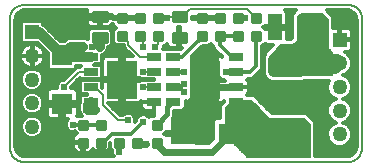
<source format=gbl>
G75*
G70*
%OFA0B0*%
%FSLAX24Y24*%
%IPPOS*%
%LPD*%
%AMOC8*
5,1,8,0,0,1.08239X$1,22.5*
%
%ADD10C,0.0060*%
%ADD11R,0.0500X0.0500*%
%ADD12C,0.0500*%
%ADD13R,0.0500X0.0250*%
%ADD14R,0.1000X0.1250*%
%ADD15R,0.0697X0.0709*%
%ADD16C,0.0088*%
%ADD17C,0.0100*%
%ADD18C,0.0394*%
%ADD19R,0.0450X0.0900*%
%ADD20R,0.0709X0.0697*%
%ADD21C,0.0240*%
%ADD22C,0.0160*%
%ADD23C,0.0240*%
%ADD24C,0.0120*%
%ADD25C,0.0320*%
%ADD26C,0.0080*%
%ADD27C,0.0400*%
%ADD28C,0.0220*%
D10*
X000860Y000210D02*
X011610Y000210D01*
X011654Y000212D01*
X011697Y000218D01*
X011739Y000227D01*
X011781Y000240D01*
X011821Y000257D01*
X011860Y000277D01*
X011897Y000300D01*
X011931Y000327D01*
X011964Y000356D01*
X011993Y000389D01*
X012020Y000423D01*
X012043Y000460D01*
X012063Y000499D01*
X012080Y000539D01*
X012093Y000581D01*
X012102Y000623D01*
X012108Y000666D01*
X012110Y000710D01*
X012110Y004960D01*
X012108Y005004D01*
X012102Y005047D01*
X012093Y005089D01*
X012080Y005131D01*
X012063Y005171D01*
X012043Y005210D01*
X012020Y005247D01*
X011993Y005281D01*
X011964Y005314D01*
X011931Y005343D01*
X011897Y005370D01*
X011860Y005393D01*
X011821Y005413D01*
X011781Y005430D01*
X011739Y005443D01*
X011697Y005452D01*
X011654Y005458D01*
X011610Y005460D01*
X000860Y005460D01*
X000816Y005458D01*
X000773Y005452D01*
X000731Y005443D01*
X000689Y005430D01*
X000649Y005413D01*
X000610Y005393D01*
X000573Y005370D01*
X000539Y005343D01*
X000506Y005314D01*
X000477Y005281D01*
X000450Y005247D01*
X000427Y005210D01*
X000407Y005171D01*
X000390Y005131D01*
X000377Y005089D01*
X000368Y005047D01*
X000362Y005004D01*
X000360Y004960D01*
X000360Y000710D01*
X000362Y000666D01*
X000368Y000623D01*
X000377Y000581D01*
X000390Y000539D01*
X000407Y000499D01*
X000427Y000460D01*
X000450Y000423D01*
X000477Y000389D01*
X000506Y000356D01*
X000539Y000327D01*
X000573Y000300D01*
X000610Y000277D01*
X000649Y000257D01*
X000689Y000240D01*
X000731Y000227D01*
X000773Y000218D01*
X000816Y000212D01*
X000860Y000210D01*
X005760Y000960D02*
X005760Y001663D01*
X005820Y001723D01*
X005820Y001770D01*
X006005Y001955D01*
X006114Y001955D01*
X006190Y002031D01*
X006190Y002140D01*
X006410Y002360D01*
X006410Y003741D01*
X006714Y004045D01*
X006739Y004070D01*
X006774Y004105D01*
X006963Y004105D01*
X006968Y004110D01*
X007060Y004110D01*
X007310Y003860D01*
X007310Y002260D01*
X006610Y001560D01*
X006610Y000960D01*
X006510Y000860D01*
X005860Y000860D01*
X005760Y000960D01*
X005760Y000971D02*
X006610Y000971D01*
X006610Y001029D02*
X005760Y001029D01*
X005760Y001088D02*
X006610Y001088D01*
X006610Y001146D02*
X005760Y001146D01*
X005760Y001205D02*
X006610Y001205D01*
X006610Y001263D02*
X005760Y001263D01*
X005760Y001322D02*
X006610Y001322D01*
X006610Y001380D02*
X005760Y001380D01*
X005760Y001439D02*
X006610Y001439D01*
X006610Y001497D02*
X005760Y001497D01*
X005760Y001556D02*
X006610Y001556D01*
X006664Y001614D02*
X005760Y001614D01*
X005769Y001673D02*
X006723Y001673D01*
X006781Y001731D02*
X005820Y001731D01*
X005840Y001790D02*
X006840Y001790D01*
X006898Y001848D02*
X005898Y001848D01*
X005957Y001907D02*
X006957Y001907D01*
X007015Y001965D02*
X006124Y001965D01*
X006182Y002024D02*
X007074Y002024D01*
X007132Y002082D02*
X006190Y002082D01*
X006191Y002141D02*
X007191Y002141D01*
X007249Y002199D02*
X006249Y002199D01*
X006308Y002258D02*
X007308Y002258D01*
X007310Y002316D02*
X006366Y002316D01*
X006410Y002375D02*
X007310Y002375D01*
X007310Y002433D02*
X006410Y002433D01*
X006410Y002492D02*
X007310Y002492D01*
X007310Y002550D02*
X006410Y002550D01*
X006410Y002609D02*
X007310Y002609D01*
X007310Y002667D02*
X006410Y002667D01*
X006410Y002726D02*
X007310Y002726D01*
X007310Y002784D02*
X006410Y002784D01*
X006410Y002843D02*
X007310Y002843D01*
X007310Y002901D02*
X006410Y002901D01*
X006410Y002960D02*
X007310Y002960D01*
X007310Y003018D02*
X006410Y003018D01*
X006410Y003077D02*
X007310Y003077D01*
X007310Y003135D02*
X006410Y003135D01*
X006410Y003194D02*
X007310Y003194D01*
X007310Y003252D02*
X006410Y003252D01*
X006410Y003311D02*
X007310Y003311D01*
X007310Y003369D02*
X006410Y003369D01*
X006410Y003428D02*
X007310Y003428D01*
X007310Y003486D02*
X006410Y003486D01*
X006410Y003545D02*
X007310Y003545D01*
X007310Y003603D02*
X006410Y003603D01*
X006410Y003662D02*
X007310Y003662D01*
X007310Y003720D02*
X006410Y003720D01*
X006447Y003779D02*
X007310Y003779D01*
X007310Y003837D02*
X006506Y003837D01*
X006564Y003896D02*
X007274Y003896D01*
X007216Y003954D02*
X006623Y003954D01*
X006681Y004013D02*
X007157Y004013D01*
X007099Y004071D02*
X006740Y004071D01*
X005310Y004160D02*
X005210Y004060D01*
X005310Y004160D02*
X005310Y004410D01*
X004810Y004310D02*
X004710Y004410D01*
X004810Y004310D02*
X004810Y004060D01*
X004710Y003710D02*
X004310Y004110D01*
X004310Y004210D01*
X004110Y004410D01*
X004710Y003710D02*
X005160Y003710D01*
X005160Y003210D02*
X004810Y003210D01*
X004810Y002710D02*
X005160Y002710D01*
X007560Y002010D02*
X007810Y002260D01*
X008410Y002260D01*
X008596Y002074D01*
X008598Y002068D01*
X008668Y001998D01*
X008674Y001996D01*
X009010Y001660D01*
X010160Y001660D01*
X010360Y001460D01*
X010360Y000370D01*
X008300Y000370D01*
X007560Y001110D01*
X007560Y002010D01*
X007574Y002024D02*
X008643Y002024D01*
X008588Y002082D02*
X007632Y002082D01*
X007691Y002141D02*
X008529Y002141D01*
X008471Y002199D02*
X007749Y002199D01*
X007808Y002258D02*
X008412Y002258D01*
X008705Y001965D02*
X007560Y001965D01*
X007560Y001907D02*
X008763Y001907D01*
X008822Y001848D02*
X007560Y001848D01*
X007560Y001790D02*
X008880Y001790D01*
X008939Y001731D02*
X007560Y001731D01*
X007560Y001673D02*
X008997Y001673D01*
X010206Y001614D02*
X007560Y001614D01*
X007560Y001556D02*
X010264Y001556D01*
X010323Y001497D02*
X007560Y001497D01*
X007560Y001439D02*
X010360Y001439D01*
X010360Y001380D02*
X007560Y001380D01*
X007560Y001322D02*
X010360Y001322D01*
X010360Y001263D02*
X007560Y001263D01*
X007560Y001205D02*
X010360Y001205D01*
X010360Y001146D02*
X007560Y001146D01*
X007582Y001088D02*
X010360Y001088D01*
X010360Y001029D02*
X007641Y001029D01*
X007699Y000971D02*
X010360Y000971D01*
X010360Y000912D02*
X007758Y000912D01*
X007816Y000854D02*
X010360Y000854D01*
X010360Y000795D02*
X007875Y000795D01*
X007933Y000737D02*
X010360Y000737D01*
X010360Y000678D02*
X007992Y000678D01*
X008050Y000620D02*
X010360Y000620D01*
X010360Y000561D02*
X008109Y000561D01*
X008167Y000503D02*
X010360Y000503D01*
X010360Y000444D02*
X008226Y000444D01*
X008284Y000386D02*
X010360Y000386D01*
X006562Y000912D02*
X005808Y000912D01*
X009060Y003310D02*
X009260Y003110D01*
X011110Y003110D01*
X011110Y003860D01*
X011065Y003905D01*
X011056Y003905D01*
X010980Y003981D01*
X010980Y003990D01*
X010960Y004010D01*
X010960Y004960D01*
X010760Y005160D01*
X010060Y005160D01*
X009960Y005060D01*
X009960Y004260D01*
X009810Y004110D01*
X009410Y004110D01*
X009060Y003760D01*
X009060Y003310D01*
X009060Y003311D02*
X011110Y003311D01*
X011110Y003369D02*
X009060Y003369D01*
X009060Y003428D02*
X011110Y003428D01*
X011110Y003486D02*
X009060Y003486D01*
X009060Y003545D02*
X011110Y003545D01*
X011110Y003603D02*
X009060Y003603D01*
X009060Y003662D02*
X011110Y003662D01*
X011110Y003720D02*
X009060Y003720D01*
X009079Y003779D02*
X011110Y003779D01*
X011110Y003837D02*
X009137Y003837D01*
X009196Y003896D02*
X011074Y003896D01*
X011007Y003954D02*
X009254Y003954D01*
X009313Y004013D02*
X010960Y004013D01*
X010960Y004071D02*
X009371Y004071D01*
X009565Y004310D02*
X009565Y004680D01*
X009240Y004680D01*
X009240Y004740D01*
X009565Y004740D01*
X009565Y004860D01*
X009660Y004860D01*
X009760Y004760D01*
X009760Y004360D01*
X009710Y004310D01*
X009565Y004310D01*
X009565Y004364D02*
X009760Y004364D01*
X009760Y004422D02*
X009565Y004422D01*
X009565Y004481D02*
X009760Y004481D01*
X009760Y004539D02*
X009565Y004539D01*
X009565Y004598D02*
X009760Y004598D01*
X009760Y004656D02*
X009565Y004656D01*
X009565Y004773D02*
X009747Y004773D01*
X009760Y004715D02*
X009240Y004715D01*
X009565Y004832D02*
X009688Y004832D01*
X009960Y004832D02*
X010960Y004832D01*
X010960Y004890D02*
X009960Y004890D01*
X009960Y004949D02*
X010960Y004949D01*
X010913Y005007D02*
X009960Y005007D01*
X009966Y005066D02*
X010854Y005066D01*
X010796Y005124D02*
X010024Y005124D01*
X009960Y004773D02*
X010960Y004773D01*
X010960Y004715D02*
X009960Y004715D01*
X009960Y004656D02*
X010960Y004656D01*
X010960Y004598D02*
X009960Y004598D01*
X009960Y004539D02*
X010960Y004539D01*
X010960Y004481D02*
X009960Y004481D01*
X009960Y004422D02*
X010960Y004422D01*
X010960Y004364D02*
X009960Y004364D01*
X009960Y004305D02*
X010960Y004305D01*
X010960Y004247D02*
X009947Y004247D01*
X009888Y004188D02*
X010960Y004188D01*
X010960Y004130D02*
X009830Y004130D01*
X009118Y003252D02*
X011110Y003252D01*
X011110Y003194D02*
X009176Y003194D01*
X009235Y003135D02*
X011110Y003135D01*
D11*
X011360Y004285D03*
X001110Y004535D03*
D12*
X001110Y003747D03*
X001110Y002960D03*
X001110Y002173D03*
X001110Y001385D03*
X011360Y001135D03*
X011360Y001923D03*
X011360Y002710D03*
X011360Y003497D03*
D13*
X007910Y003710D03*
X007910Y003210D03*
X007910Y002710D03*
X007910Y002210D03*
X005810Y002210D03*
X005160Y002210D03*
X005160Y002710D03*
X005810Y002710D03*
X005810Y003210D03*
X005160Y003210D03*
X005160Y003710D03*
X005810Y003710D03*
X003060Y003710D03*
X003060Y003210D03*
X003060Y002710D03*
X003060Y002210D03*
D14*
X004110Y002960D03*
X006860Y002960D03*
D15*
X002110Y002156D03*
X002110Y003764D03*
D16*
X003979Y004279D02*
X003979Y004541D01*
X004241Y004541D01*
X004241Y004279D01*
X003979Y004279D01*
X003979Y004366D02*
X004241Y004366D01*
X004241Y004453D02*
X003979Y004453D01*
X003979Y004540D02*
X004241Y004540D01*
X004579Y004541D02*
X004579Y004279D01*
X004579Y004541D02*
X004841Y004541D01*
X004841Y004279D01*
X004579Y004279D01*
X004579Y004366D02*
X004841Y004366D01*
X004841Y004453D02*
X004579Y004453D01*
X004579Y004540D02*
X004841Y004540D01*
X005441Y004541D02*
X005441Y004279D01*
X005179Y004279D01*
X005179Y004541D01*
X005441Y004541D01*
X005441Y004366D02*
X005179Y004366D01*
X005179Y004453D02*
X005441Y004453D01*
X005441Y004540D02*
X005179Y004540D01*
X005441Y004879D02*
X005441Y005141D01*
X005441Y004879D02*
X005179Y004879D01*
X005179Y005141D01*
X005441Y005141D01*
X005441Y004966D02*
X005179Y004966D01*
X005179Y005053D02*
X005441Y005053D01*
X005441Y005140D02*
X005179Y005140D01*
X004579Y005141D02*
X004579Y004879D01*
X004579Y005141D02*
X004841Y005141D01*
X004841Y004879D01*
X004579Y004879D01*
X004579Y004966D02*
X004841Y004966D01*
X004841Y005053D02*
X004579Y005053D01*
X004579Y005140D02*
X004841Y005140D01*
X003979Y005141D02*
X003979Y004879D01*
X003979Y005141D02*
X004241Y005141D01*
X004241Y004879D01*
X003979Y004879D01*
X003979Y004966D02*
X004241Y004966D01*
X004241Y005053D02*
X003979Y005053D01*
X003979Y005140D02*
X004241Y005140D01*
X006629Y005141D02*
X006629Y004879D01*
X006629Y005141D02*
X006891Y005141D01*
X006891Y004879D01*
X006629Y004879D01*
X006629Y004966D02*
X006891Y004966D01*
X006891Y005053D02*
X006629Y005053D01*
X006629Y005140D02*
X006891Y005140D01*
X007491Y005141D02*
X007491Y004879D01*
X007229Y004879D01*
X007229Y005141D01*
X007491Y005141D01*
X007491Y004966D02*
X007229Y004966D01*
X007229Y005053D02*
X007491Y005053D01*
X007491Y005140D02*
X007229Y005140D01*
X007829Y005141D02*
X007829Y004879D01*
X007829Y005141D02*
X008091Y005141D01*
X008091Y004879D01*
X007829Y004879D01*
X007829Y004966D02*
X008091Y004966D01*
X008091Y005053D02*
X007829Y005053D01*
X007829Y005140D02*
X008091Y005140D01*
X008429Y005141D02*
X008429Y004879D01*
X008429Y005141D02*
X008691Y005141D01*
X008691Y004879D01*
X008429Y004879D01*
X008429Y004966D02*
X008691Y004966D01*
X008691Y005053D02*
X008429Y005053D01*
X008429Y005140D02*
X008691Y005140D01*
X008429Y004541D02*
X008429Y004279D01*
X008429Y004541D02*
X008691Y004541D01*
X008691Y004279D01*
X008429Y004279D01*
X008429Y004366D02*
X008691Y004366D01*
X008691Y004453D02*
X008429Y004453D01*
X008429Y004540D02*
X008691Y004540D01*
X007829Y004541D02*
X007829Y004279D01*
X007829Y004541D02*
X008091Y004541D01*
X008091Y004279D01*
X007829Y004279D01*
X007829Y004366D02*
X008091Y004366D01*
X008091Y004453D02*
X007829Y004453D01*
X007829Y004540D02*
X008091Y004540D01*
X007491Y004541D02*
X007491Y004279D01*
X007229Y004279D01*
X007229Y004541D01*
X007491Y004541D01*
X007491Y004366D02*
X007229Y004366D01*
X007229Y004453D02*
X007491Y004453D01*
X007491Y004540D02*
X007229Y004540D01*
X006629Y004541D02*
X006629Y004279D01*
X006629Y004541D02*
X006891Y004541D01*
X006891Y004279D01*
X006629Y004279D01*
X006629Y004366D02*
X006891Y004366D01*
X006891Y004453D02*
X006629Y004453D01*
X006629Y004540D02*
X006891Y004540D01*
X005391Y001591D02*
X005391Y001329D01*
X005129Y001329D01*
X005129Y001591D01*
X005391Y001591D01*
X005391Y001416D02*
X005129Y001416D01*
X005129Y001503D02*
X005391Y001503D01*
X005391Y001590D02*
X005129Y001590D01*
X005391Y000991D02*
X005391Y000729D01*
X005129Y000729D01*
X005129Y000991D01*
X005391Y000991D01*
X005391Y000816D02*
X005129Y000816D01*
X005129Y000903D02*
X005391Y000903D01*
X005391Y000990D02*
X005129Y000990D01*
X004741Y000991D02*
X004479Y000991D01*
X004741Y000991D02*
X004741Y000729D01*
X004479Y000729D01*
X004479Y000991D01*
X004479Y000816D02*
X004741Y000816D01*
X004741Y000903D02*
X004479Y000903D01*
X004479Y000990D02*
X004741Y000990D01*
X004141Y000991D02*
X003879Y000991D01*
X004141Y000991D02*
X004141Y000729D01*
X003879Y000729D01*
X003879Y000991D01*
X003879Y000816D02*
X004141Y000816D01*
X004141Y000903D02*
X003879Y000903D01*
X003879Y000990D02*
X004141Y000990D01*
X003541Y000991D02*
X003541Y000729D01*
X003279Y000729D01*
X003279Y000991D01*
X003541Y000991D01*
X003541Y000816D02*
X003279Y000816D01*
X003279Y000903D02*
X003541Y000903D01*
X003541Y000990D02*
X003279Y000990D01*
X002679Y000991D02*
X002679Y000729D01*
X002679Y000991D02*
X002941Y000991D01*
X002941Y000729D01*
X002679Y000729D01*
X002679Y000816D02*
X002941Y000816D01*
X002941Y000903D02*
X002679Y000903D01*
X002679Y000990D02*
X002941Y000990D01*
X002679Y001329D02*
X002679Y001591D01*
X002941Y001591D01*
X002941Y001329D01*
X002679Y001329D01*
X002679Y001416D02*
X002941Y001416D01*
X002941Y001503D02*
X002679Y001503D01*
X002679Y001590D02*
X002941Y001590D01*
X003541Y001591D02*
X003541Y001329D01*
X003279Y001329D01*
X003279Y001591D01*
X003541Y001591D01*
X003541Y001416D02*
X003279Y001416D01*
X003279Y001503D02*
X003541Y001503D01*
X003541Y001590D02*
X003279Y001590D01*
D17*
X003135Y004210D02*
X003135Y004510D01*
X003585Y004510D01*
X003585Y004210D01*
X003135Y004210D01*
X003135Y004309D02*
X003585Y004309D01*
X003585Y004408D02*
X003135Y004408D01*
X003135Y004507D02*
X003585Y004507D01*
X003135Y004910D02*
X003135Y005210D01*
X003585Y005210D01*
X003585Y004910D01*
X003135Y004910D01*
X003135Y005009D02*
X003585Y005009D01*
X003585Y005108D02*
X003135Y005108D01*
X003135Y005207D02*
X003585Y005207D01*
X006235Y005210D02*
X006235Y004910D01*
X005785Y004910D01*
X005785Y005210D01*
X006235Y005210D01*
X006235Y005009D02*
X005785Y005009D01*
X005785Y005108D02*
X006235Y005108D01*
X006235Y005207D02*
X005785Y005207D01*
X006235Y004510D02*
X006235Y004210D01*
X005785Y004210D01*
X005785Y004510D01*
X006235Y004510D01*
X006235Y004309D02*
X005785Y004309D01*
X005785Y004408D02*
X006235Y004408D01*
X006235Y004507D02*
X005785Y004507D01*
D18*
X009177Y003236D02*
X010043Y003236D01*
X009177Y003236D02*
X009177Y003628D01*
X010043Y003628D01*
X010043Y003236D01*
X010043Y000992D02*
X009177Y000992D01*
X009177Y001384D01*
X010043Y001384D01*
X010043Y000992D01*
D19*
X010360Y004710D03*
X009210Y004710D03*
D20*
X007664Y001160D03*
X006056Y001160D03*
D21*
X005910Y001660D03*
X006360Y001960D03*
X006860Y002460D03*
X006860Y002760D03*
X007160Y002910D03*
X006860Y003060D03*
X007160Y003210D03*
X006860Y003360D03*
X006560Y003360D03*
X006160Y003210D03*
X006160Y002810D03*
X006160Y002560D03*
X004810Y002710D03*
X004810Y003210D03*
X006560Y003660D03*
X006860Y003660D03*
X007160Y003510D03*
X007560Y003210D03*
X008810Y002810D03*
X009160Y002810D03*
X009510Y002810D03*
X009860Y002810D03*
X010210Y002810D03*
X010560Y002810D03*
X010560Y002510D03*
X010210Y002510D03*
X009860Y002510D03*
X009510Y002510D03*
X009160Y002510D03*
X008810Y002510D03*
X008810Y002210D03*
X009160Y002210D03*
X009510Y002210D03*
X009860Y002210D03*
X010210Y002210D03*
X010560Y002210D03*
X010510Y001910D03*
X010210Y001910D03*
X009910Y001910D03*
X009560Y001910D03*
X009160Y001910D03*
X007160Y003810D03*
X006860Y003960D03*
X006010Y004610D03*
X005610Y005010D03*
X007060Y005010D03*
X008185Y005010D03*
X009660Y004710D03*
X009660Y004410D03*
X010560Y004710D03*
X005210Y004060D03*
X004810Y004060D03*
X003360Y004060D03*
X003110Y004060D03*
X002810Y004060D03*
X002960Y005060D03*
X002160Y002710D03*
X002910Y001960D03*
X003210Y001960D03*
X002460Y001460D03*
X001760Y000710D03*
X004010Y000560D03*
X004885Y000810D03*
X004810Y001560D03*
X004310Y001610D03*
D22*
X005260Y001460D02*
X005610Y001810D01*
X005610Y002060D01*
X005760Y002210D01*
X005810Y002210D01*
X006710Y005010D02*
X006760Y005010D01*
X007060Y005010D01*
X007360Y005010D01*
D23*
X007160Y002760D02*
X007210Y002710D01*
X007910Y002710D01*
X007664Y001160D02*
X007664Y001114D01*
X007110Y000560D01*
X005510Y000560D01*
X005260Y000810D01*
X005260Y000860D01*
X004885Y000810D02*
X004660Y000810D01*
D24*
X000688Y000452D02*
X000602Y000538D01*
X000556Y000650D01*
X000550Y000710D01*
X000550Y004960D01*
X000556Y005020D01*
X000602Y005132D01*
X000688Y005218D01*
X000800Y005264D01*
X000860Y005270D01*
X002934Y005270D01*
X002925Y005238D01*
X002925Y005100D01*
X003320Y005100D01*
X003320Y005020D01*
X003400Y005020D01*
X003400Y005100D01*
X003775Y005100D01*
X003775Y005038D01*
X004082Y005038D01*
X004082Y004982D01*
X003795Y004982D01*
X003795Y005020D01*
X003400Y005020D01*
X003400Y004700D01*
X003613Y004700D01*
X003666Y004714D01*
X003714Y004742D01*
X003753Y004781D01*
X003781Y004829D01*
X003781Y004830D01*
X003789Y004800D01*
X003816Y004754D01*
X003854Y004716D01*
X003897Y004691D01*
X003815Y004609D01*
X003815Y004211D01*
X003911Y004115D01*
X004160Y004115D01*
X004160Y004048D01*
X004248Y003960D01*
X004463Y003745D01*
X004170Y003745D01*
X004170Y003020D01*
X004661Y003020D01*
X004674Y003007D01*
X004762Y002970D01*
X004855Y002970D01*
X004860Y002965D01*
X005160Y002965D01*
X005160Y002955D01*
X004860Y002955D01*
X004855Y002950D01*
X004762Y002950D01*
X004674Y002913D01*
X004661Y002900D01*
X004170Y002900D01*
X004170Y003020D01*
X004050Y003020D01*
X004050Y003745D01*
X003589Y003745D01*
X003548Y003734D01*
X003512Y003713D01*
X003482Y003683D01*
X003461Y003647D01*
X003450Y003606D01*
X003450Y003020D01*
X004050Y003020D01*
X004050Y002900D01*
X004170Y002900D01*
X004170Y002175D01*
X004631Y002175D01*
X004672Y002186D01*
X004708Y002207D01*
X004738Y002237D01*
X004750Y002257D01*
X004750Y002213D01*
X005157Y002213D01*
X005157Y002207D01*
X005160Y002207D01*
X005160Y001755D01*
X005061Y001755D01*
X005008Y001702D01*
X004946Y001763D01*
X004858Y001800D01*
X004762Y001800D01*
X004674Y001763D01*
X004607Y001696D01*
X004570Y001608D01*
X004570Y001575D01*
X004545Y001549D01*
X004550Y001562D01*
X004550Y001658D01*
X004513Y001746D01*
X004446Y001813D01*
X004358Y001850D01*
X004262Y001850D01*
X004174Y001813D01*
X004131Y001770D01*
X004026Y001770D01*
X003621Y002175D01*
X004050Y002175D01*
X004050Y002900D01*
X003450Y002900D01*
X003450Y002696D01*
X003430Y002716D01*
X003430Y002885D01*
X003360Y002955D01*
X002760Y002955D01*
X002690Y002885D01*
X002690Y002535D01*
X002760Y002465D01*
X002944Y002465D01*
X002920Y002455D01*
X002760Y002455D01*
X002690Y002385D01*
X002690Y002190D01*
X002680Y002166D01*
X002680Y002032D01*
X002670Y002008D01*
X002670Y001912D01*
X002707Y001824D01*
X002718Y001813D01*
X002723Y001801D01*
X002769Y001755D01*
X002612Y001755D01*
X002618Y001781D01*
X002618Y002096D01*
X002170Y002096D01*
X002170Y001642D01*
X002302Y001642D01*
X002257Y001596D01*
X002220Y001508D01*
X002220Y001412D01*
X002257Y001324D01*
X002324Y001257D01*
X002412Y001220D01*
X002508Y001220D01*
X002542Y001234D01*
X002597Y001179D01*
X002554Y001154D01*
X002516Y001116D01*
X002489Y001070D01*
X002475Y001018D01*
X002475Y000888D01*
X002782Y000888D01*
X002782Y000832D01*
X002838Y000832D01*
X002838Y000525D01*
X002968Y000525D01*
X003020Y000539D01*
X003066Y000566D01*
X003104Y000604D01*
X003129Y000647D01*
X003211Y000565D01*
X003609Y000565D01*
X003705Y000661D01*
X003705Y000850D01*
X003715Y000860D01*
X003715Y000661D01*
X003770Y000606D01*
X003770Y000512D01*
X003807Y000424D01*
X003831Y000400D01*
X000860Y000400D01*
X000800Y000406D01*
X000688Y000452D01*
X000700Y000447D02*
X003797Y000447D01*
X003770Y000566D02*
X003610Y000566D01*
X003705Y000684D02*
X003715Y000684D01*
X003705Y000803D02*
X003715Y000803D01*
X003460Y000860D02*
X003760Y001160D01*
X004410Y001160D01*
X004810Y001560D01*
X004580Y001632D02*
X004550Y001632D01*
X004509Y001751D02*
X004661Y001751D01*
X004812Y001957D02*
X004848Y001936D01*
X004889Y001925D01*
X005157Y001925D01*
X005157Y002207D01*
X004750Y002207D01*
X004750Y002064D01*
X004761Y002023D01*
X004782Y001987D01*
X004812Y001957D01*
X004782Y001988D02*
X003809Y001988D01*
X003690Y002106D02*
X004750Y002106D01*
X004750Y002225D02*
X004726Y002225D01*
X005157Y002106D02*
X005160Y002106D01*
X005157Y001988D02*
X005160Y001988D01*
X005160Y001869D02*
X003927Y001869D01*
X004050Y002225D02*
X004170Y002225D01*
X004170Y002343D02*
X004050Y002343D01*
X004050Y002462D02*
X004170Y002462D01*
X004170Y002580D02*
X004050Y002580D01*
X004050Y002699D02*
X004170Y002699D01*
X004170Y002817D02*
X004050Y002817D01*
X004050Y002936D02*
X003379Y002936D01*
X003360Y002965D02*
X003430Y003035D01*
X003430Y003385D01*
X003360Y003455D01*
X003176Y003455D01*
X003200Y003465D01*
X003360Y003465D01*
X003430Y003535D01*
X003430Y003786D01*
X003519Y003823D01*
X003597Y003901D01*
X003640Y004004D01*
X003640Y004040D01*
X003655Y004040D01*
X003755Y004140D01*
X003755Y004580D01*
X003655Y004680D01*
X003065Y004680D01*
X002965Y004580D01*
X002965Y004299D01*
X002866Y004340D01*
X002350Y004340D01*
X002247Y004297D01*
X002188Y004238D01*
X002032Y004238D01*
X001498Y004772D01*
X001480Y004780D01*
X001480Y004835D01*
X001410Y004905D01*
X000810Y004905D01*
X000740Y004835D01*
X000740Y004235D01*
X000810Y004165D01*
X001313Y004165D01*
X001642Y003836D01*
X001642Y003360D01*
X001712Y003290D01*
X002508Y003290D01*
X002578Y003360D01*
X002578Y003430D01*
X002735Y003430D01*
X002690Y003385D01*
X002690Y003370D01*
X002594Y003370D01*
X002174Y002950D01*
X002112Y002950D01*
X002024Y002913D01*
X001957Y002846D01*
X001920Y002758D01*
X001920Y002670D01*
X001741Y002670D01*
X001700Y002659D01*
X001663Y002638D01*
X001634Y002609D01*
X001612Y002572D01*
X001602Y002531D01*
X001602Y002216D01*
X002050Y002216D01*
X002050Y002096D01*
X002170Y002096D01*
X002170Y002216D01*
X002618Y002216D01*
X002618Y002531D01*
X002608Y002572D01*
X002586Y002609D01*
X002557Y002638D01*
X002520Y002659D01*
X002479Y002670D01*
X002400Y002670D01*
X002400Y002724D01*
X002701Y003025D01*
X002760Y002965D01*
X003360Y002965D01*
X003430Y003054D02*
X003450Y003054D01*
X003450Y003173D02*
X003430Y003173D01*
X003430Y003291D02*
X003450Y003291D01*
X003450Y003410D02*
X003405Y003410D01*
X003423Y003528D02*
X003450Y003528D01*
X003461Y003647D02*
X003430Y003647D01*
X003430Y003765D02*
X004443Y003765D01*
X004324Y003884D02*
X003579Y003884D01*
X003639Y004002D02*
X004206Y004002D01*
X003905Y004121D02*
X003736Y004121D01*
X003755Y004239D02*
X003815Y004239D01*
X003815Y004358D02*
X003755Y004358D01*
X003755Y004476D02*
X003815Y004476D01*
X003815Y004595D02*
X003741Y004595D01*
X003661Y004713D02*
X003858Y004713D01*
X003400Y004713D02*
X003320Y004713D01*
X003320Y004700D02*
X003320Y005020D01*
X002925Y005020D01*
X002925Y004882D01*
X002939Y004829D01*
X002967Y004781D01*
X003006Y004742D01*
X003054Y004714D01*
X003107Y004700D01*
X003320Y004700D01*
X003320Y004832D02*
X003400Y004832D01*
X003400Y004950D02*
X003320Y004950D01*
X003320Y005069D02*
X000576Y005069D01*
X000657Y005187D02*
X002925Y005187D01*
X003400Y005069D02*
X003775Y005069D01*
X004138Y005038D02*
X004138Y004982D01*
X004445Y004982D01*
X004682Y004982D01*
X004682Y005038D01*
X004138Y005038D01*
X003059Y004713D02*
X001557Y004713D01*
X001480Y004832D02*
X002939Y004832D01*
X002925Y004950D02*
X000550Y004950D01*
X000550Y004832D02*
X000740Y004832D01*
X000740Y004713D02*
X000550Y004713D01*
X000550Y004595D02*
X000740Y004595D01*
X000740Y004476D02*
X000550Y004476D01*
X000550Y004358D02*
X000740Y004358D01*
X000740Y004239D02*
X000550Y004239D01*
X000550Y004121D02*
X000939Y004121D01*
X000953Y004127D02*
X000895Y004098D01*
X000843Y004060D01*
X000797Y004014D01*
X000759Y003962D01*
X000730Y003905D01*
X000710Y003843D01*
X000700Y003780D01*
X000700Y003762D01*
X001095Y003762D01*
X001095Y003732D01*
X001125Y003732D01*
X001125Y003337D01*
X001142Y003337D01*
X001206Y003347D01*
X001267Y003367D01*
X001325Y003397D01*
X001377Y003435D01*
X001423Y003480D01*
X001461Y003533D01*
X001490Y003590D01*
X001510Y003651D01*
X001520Y003715D01*
X001520Y003732D01*
X001125Y003732D01*
X001125Y003762D01*
X001520Y003762D01*
X001520Y003780D01*
X001510Y003843D01*
X001490Y003905D01*
X001461Y003962D01*
X001423Y004014D01*
X001377Y004060D01*
X001325Y004098D01*
X001267Y004127D01*
X001206Y004147D01*
X001142Y004157D01*
X001125Y004157D01*
X001125Y003762D01*
X001095Y003762D01*
X001095Y004157D01*
X001078Y004157D01*
X001014Y004147D01*
X000953Y004127D01*
X001095Y004121D02*
X001125Y004121D01*
X001281Y004121D02*
X001357Y004121D01*
X001432Y004002D02*
X001476Y004002D01*
X001497Y003884D02*
X001594Y003884D01*
X001642Y003765D02*
X001520Y003765D01*
X001508Y003647D02*
X001642Y003647D01*
X001642Y003528D02*
X001457Y003528D01*
X001342Y003410D02*
X001642Y003410D01*
X001710Y003291D02*
X001278Y003291D01*
X001320Y003274D02*
X001184Y003330D01*
X001036Y003330D01*
X000900Y003274D01*
X000796Y003170D01*
X000740Y003034D01*
X000740Y002886D01*
X000796Y002750D01*
X000900Y002646D01*
X001036Y002590D01*
X001184Y002590D01*
X001320Y002646D01*
X001424Y002750D01*
X001480Y002886D01*
X001480Y003034D01*
X001424Y003170D01*
X001320Y003274D01*
X001421Y003173D02*
X002396Y003173D01*
X002510Y003291D02*
X002515Y003291D01*
X002578Y003410D02*
X002715Y003410D01*
X002278Y003054D02*
X001472Y003054D01*
X001480Y002936D02*
X002077Y002936D01*
X001945Y002817D02*
X001451Y002817D01*
X001372Y002699D02*
X001920Y002699D01*
X001617Y002580D02*
X000550Y002580D01*
X000550Y002462D02*
X000876Y002462D01*
X000900Y002486D02*
X000796Y002382D01*
X000740Y002246D01*
X000740Y002099D01*
X000796Y001963D01*
X000900Y001859D01*
X001036Y001803D01*
X001184Y001803D01*
X001320Y001859D01*
X001424Y001963D01*
X001480Y002099D01*
X001480Y002246D01*
X001424Y002382D01*
X001320Y002486D01*
X001184Y002543D01*
X001036Y002543D01*
X000900Y002486D01*
X000780Y002343D02*
X000550Y002343D01*
X000550Y002225D02*
X000740Y002225D01*
X000740Y002106D02*
X000550Y002106D01*
X000550Y001988D02*
X000786Y001988D01*
X000890Y001869D02*
X000550Y001869D01*
X000550Y001751D02*
X001025Y001751D01*
X001036Y001755D02*
X000900Y001699D01*
X000796Y001595D01*
X000740Y001459D01*
X000740Y001312D01*
X000796Y001176D01*
X000900Y001072D01*
X001036Y001015D01*
X001184Y001015D01*
X001320Y001072D01*
X001424Y001176D01*
X001480Y001312D01*
X001480Y001459D01*
X001424Y001595D01*
X001320Y001699D01*
X001184Y001755D01*
X001036Y001755D01*
X001195Y001751D02*
X001610Y001751D01*
X001612Y001740D02*
X001634Y001703D01*
X001663Y001674D01*
X001700Y001653D01*
X001741Y001642D01*
X002050Y001642D01*
X002050Y002096D01*
X001602Y002096D01*
X001602Y001781D01*
X001612Y001740D01*
X001602Y001869D02*
X001330Y001869D01*
X001434Y001988D02*
X001602Y001988D01*
X001480Y002106D02*
X002050Y002106D01*
X002170Y002106D02*
X002680Y002106D01*
X002670Y001988D02*
X002618Y001988D01*
X002618Y001869D02*
X002688Y001869D01*
X002293Y001632D02*
X001386Y001632D01*
X001457Y001514D02*
X002222Y001514D01*
X002227Y001395D02*
X001480Y001395D01*
X001465Y001277D02*
X002304Y001277D01*
X002560Y001158D02*
X001406Y001158D01*
X001242Y001040D02*
X002481Y001040D01*
X002475Y000921D02*
X000550Y000921D01*
X000550Y000803D02*
X002475Y000803D01*
X002475Y000832D02*
X002475Y000702D01*
X002489Y000650D01*
X002516Y000604D01*
X002554Y000566D01*
X002600Y000539D01*
X002652Y000525D01*
X002782Y000525D01*
X002782Y000832D01*
X002475Y000832D01*
X002782Y000803D02*
X002838Y000803D01*
X002838Y000684D02*
X002782Y000684D01*
X002782Y000566D02*
X002838Y000566D01*
X003066Y000566D02*
X003210Y000566D01*
X003410Y000860D02*
X003460Y000860D01*
X002554Y000566D02*
X000591Y000566D01*
X000553Y000684D02*
X002480Y000684D01*
X000978Y001040D02*
X000550Y001040D01*
X000550Y001158D02*
X000814Y001158D01*
X000755Y001277D02*
X000550Y001277D01*
X000550Y001395D02*
X000740Y001395D01*
X000763Y001514D02*
X000550Y001514D01*
X000550Y001632D02*
X000834Y001632D01*
X001480Y002225D02*
X001602Y002225D01*
X001602Y002343D02*
X001440Y002343D01*
X001344Y002462D02*
X001602Y002462D01*
X002400Y002699D02*
X002690Y002699D01*
X002690Y002817D02*
X002493Y002817D01*
X002612Y002936D02*
X002741Y002936D01*
X003430Y002817D02*
X003450Y002817D01*
X003448Y002699D02*
X003450Y002699D01*
X002936Y002462D02*
X002618Y002462D01*
X002603Y002580D02*
X002690Y002580D01*
X002690Y002343D02*
X002618Y002343D01*
X002618Y002225D02*
X002690Y002225D01*
X002170Y001988D02*
X002050Y001988D01*
X002050Y001869D02*
X002170Y001869D01*
X002170Y001751D02*
X002050Y001751D01*
X002460Y001460D02*
X002810Y001460D01*
X003410Y001460D01*
X004959Y001751D02*
X005056Y001751D01*
X005808Y001668D02*
X005813Y001674D01*
X005850Y001762D01*
X005850Y001925D01*
X006126Y001925D01*
X006220Y002019D01*
X006220Y002257D01*
X006232Y002237D01*
X006262Y002207D01*
X006298Y002186D01*
X006339Y002175D01*
X006800Y002175D01*
X006800Y002900D01*
X006920Y002900D01*
X006920Y003020D01*
X006800Y003020D01*
X006800Y003745D01*
X006456Y003745D01*
X006726Y004015D01*
X006751Y004040D01*
X006786Y004075D01*
X006976Y004075D01*
X007060Y004159D01*
X007140Y004079D01*
X007140Y004019D01*
X007269Y003890D01*
X007429Y003730D01*
X007422Y003734D01*
X007381Y003745D01*
X006920Y003745D01*
X006920Y003020D01*
X007354Y003020D01*
X007401Y002973D01*
X007504Y002930D01*
X007530Y002930D01*
X007513Y002900D01*
X006920Y002900D01*
X006920Y002175D01*
X007381Y002175D01*
X007422Y002186D01*
X007458Y002207D01*
X007488Y002237D01*
X007500Y002257D01*
X007500Y002219D01*
X007370Y002089D01*
X007370Y001668D01*
X007243Y001668D01*
X007150Y001575D01*
X007150Y000996D01*
X006994Y000840D01*
X006570Y000840D01*
X006570Y001100D01*
X006116Y001100D01*
X006116Y001220D01*
X005996Y001220D01*
X005996Y001100D01*
X005571Y001100D01*
X005511Y001160D01*
X005571Y001220D01*
X005996Y001220D01*
X005996Y001668D01*
X005808Y001668D01*
X005996Y001632D02*
X006116Y001632D01*
X006116Y001668D02*
X006116Y001220D01*
X006570Y001220D01*
X006570Y001529D01*
X006559Y001570D01*
X006538Y001607D01*
X006509Y001636D01*
X006472Y001658D01*
X006431Y001668D01*
X006116Y001668D01*
X006116Y001514D02*
X005996Y001514D01*
X005996Y001395D02*
X006116Y001395D01*
X006116Y001277D02*
X005996Y001277D01*
X005996Y001158D02*
X005513Y001158D01*
X006116Y001158D02*
X007150Y001158D01*
X007150Y001040D02*
X006570Y001040D01*
X006570Y000921D02*
X007075Y000921D01*
X007150Y001277D02*
X006570Y001277D01*
X006570Y001395D02*
X007150Y001395D01*
X007150Y001514D02*
X006570Y001514D01*
X006513Y001632D02*
X007207Y001632D01*
X007370Y001751D02*
X005845Y001751D01*
X005850Y001869D02*
X007370Y001869D01*
X007370Y001988D02*
X006189Y001988D01*
X006220Y002106D02*
X007387Y002106D01*
X007476Y002225D02*
X007500Y002225D01*
X006920Y002225D02*
X006800Y002225D01*
X006800Y002343D02*
X006920Y002343D01*
X006920Y002462D02*
X006800Y002462D01*
X006800Y002580D02*
X006920Y002580D01*
X006920Y002699D02*
X006800Y002699D01*
X006800Y002817D02*
X006920Y002817D01*
X006920Y002936D02*
X007491Y002936D01*
X007913Y002713D02*
X008320Y002713D01*
X008320Y002856D01*
X008309Y002897D01*
X008288Y002933D01*
X008261Y002960D01*
X008291Y002990D01*
X008451Y002990D01*
X008780Y003319D01*
X008780Y004079D01*
X008860Y004159D01*
X008887Y004132D01*
X008923Y004111D01*
X008964Y004100D01*
X009131Y004100D01*
X008981Y003950D01*
X008870Y003839D01*
X008870Y003820D01*
X008820Y003700D01*
X008820Y003164D01*
X008874Y003033D01*
X008975Y002933D01*
X009106Y002878D01*
X010114Y002878D01*
X010215Y002920D01*
X011003Y002920D01*
X010950Y002792D01*
X010950Y002628D01*
X011012Y002478D01*
X011128Y002362D01*
X011239Y002316D01*
X011128Y002270D01*
X011012Y002155D01*
X010950Y002004D01*
X010950Y001841D01*
X011012Y001690D01*
X011128Y001575D01*
X011239Y001529D01*
X011128Y001483D01*
X011012Y001367D01*
X010950Y001217D01*
X010950Y001054D01*
X011012Y000903D01*
X011128Y000788D01*
X011278Y000725D01*
X011442Y000725D01*
X011592Y000788D01*
X011708Y000903D01*
X011770Y001054D01*
X011770Y001217D01*
X011708Y001367D01*
X011592Y001483D01*
X011481Y001529D01*
X011592Y001575D01*
X011708Y001690D01*
X011770Y001841D01*
X011770Y002004D01*
X011708Y002155D01*
X011592Y002270D01*
X011481Y002316D01*
X011592Y002362D01*
X011708Y002478D01*
X011770Y002628D01*
X011770Y002792D01*
X011708Y002942D01*
X011592Y003058D01*
X011481Y003104D01*
X011592Y003150D01*
X011708Y003265D01*
X011770Y003416D01*
X011770Y003579D01*
X011708Y003730D01*
X011592Y003845D01*
X011520Y003875D01*
X011631Y003875D01*
X011672Y003886D01*
X011708Y003907D01*
X011738Y003937D01*
X011759Y003973D01*
X011770Y004014D01*
X011770Y004270D01*
X011375Y004270D01*
X011375Y004300D01*
X011345Y004300D01*
X011345Y004695D01*
X011150Y004695D01*
X011150Y005039D01*
X011039Y005150D01*
X010919Y005270D01*
X011610Y005270D01*
X011670Y005264D01*
X011782Y005218D01*
X011868Y005132D01*
X011914Y005020D01*
X011920Y004960D01*
X011920Y000710D01*
X011914Y000650D01*
X011868Y000538D01*
X011782Y000452D01*
X011670Y000406D01*
X011610Y000400D01*
X010550Y000400D01*
X010550Y001539D01*
X010439Y001650D01*
X010239Y001850D01*
X009089Y001850D01*
X008489Y002450D01*
X008271Y002450D01*
X008261Y002460D01*
X008288Y002487D01*
X008309Y002523D01*
X008320Y002564D01*
X008320Y002707D01*
X007913Y002707D01*
X007913Y002713D01*
X008320Y002699D02*
X010950Y002699D01*
X010961Y002817D02*
X008320Y002817D01*
X008286Y002936D02*
X008972Y002936D01*
X008866Y003054D02*
X008515Y003054D01*
X008634Y003173D02*
X008820Y003173D01*
X008820Y003291D02*
X008752Y003291D01*
X008780Y003410D02*
X008820Y003410D01*
X008820Y003528D02*
X008780Y003528D01*
X008780Y003647D02*
X008820Y003647D01*
X008847Y003765D02*
X008780Y003765D01*
X008780Y003884D02*
X008915Y003884D01*
X008981Y003950D02*
X008981Y003950D01*
X009033Y004002D02*
X008780Y004002D01*
X008821Y004121D02*
X008907Y004121D01*
X008560Y004410D02*
X008560Y003410D01*
X008360Y003210D01*
X007910Y003210D01*
X007560Y003210D01*
X006920Y003173D02*
X006800Y003173D01*
X006800Y003291D02*
X006920Y003291D01*
X006920Y003410D02*
X006800Y003410D01*
X006800Y003528D02*
X006920Y003528D01*
X006920Y003647D02*
X006800Y003647D01*
X006476Y003765D02*
X007394Y003765D01*
X007275Y003884D02*
X006595Y003884D01*
X006713Y004002D02*
X007157Y004002D01*
X007099Y004121D02*
X007021Y004121D01*
X007360Y004110D02*
X007360Y004410D01*
X007960Y004410D01*
X007360Y004110D02*
X007760Y003710D01*
X007910Y003710D01*
X006760Y004360D02*
X006660Y004260D01*
X006635Y004235D01*
X006110Y003710D01*
X005810Y003710D01*
X005757Y004000D02*
X005970Y004000D01*
X005970Y004320D01*
X006050Y004320D01*
X006050Y004000D01*
X006089Y004000D01*
X006084Y003995D01*
X005494Y003995D01*
X005485Y003986D01*
X005483Y003988D01*
X005490Y004004D01*
X005490Y004071D01*
X005494Y004075D01*
X005526Y004075D01*
X005587Y004137D01*
X005589Y004129D01*
X005617Y004081D01*
X005656Y004042D01*
X005704Y004014D01*
X005757Y004000D01*
X005750Y004002D02*
X005489Y004002D01*
X005571Y004121D02*
X005594Y004121D01*
X005970Y004121D02*
X006050Y004121D01*
X006050Y004239D02*
X005970Y004239D01*
X005970Y004400D02*
X005970Y004700D01*
X006050Y004700D01*
X006050Y004400D01*
X005970Y004400D01*
X005970Y004476D02*
X006050Y004476D01*
X006050Y004595D02*
X005970Y004595D01*
X005610Y005010D02*
X005310Y005010D01*
X006445Y004982D02*
X006445Y005038D01*
X006732Y005038D01*
X006732Y004982D01*
X006445Y004982D01*
X006788Y004982D02*
X006788Y005038D01*
X007332Y005038D01*
X007332Y004982D01*
X007095Y004982D01*
X006788Y004982D01*
X007960Y005010D02*
X008185Y005010D01*
X008811Y004710D02*
X008863Y004763D01*
X009157Y004763D01*
X009157Y004657D01*
X008863Y004657D01*
X008811Y004710D01*
X008814Y004713D02*
X009157Y004713D01*
X009263Y004713D02*
X009770Y004713D01*
X009595Y004763D02*
X009595Y005181D01*
X009584Y005222D01*
X009563Y005258D01*
X009551Y005270D01*
X009901Y005270D01*
X009870Y005239D01*
X009870Y005239D01*
X009770Y005139D01*
X009770Y004339D01*
X009731Y004300D01*
X009595Y004300D01*
X009595Y004657D01*
X009263Y004657D01*
X009263Y004763D01*
X009595Y004763D01*
X009595Y004832D02*
X009770Y004832D01*
X009770Y004950D02*
X009595Y004950D01*
X009595Y005069D02*
X009770Y005069D01*
X009818Y005187D02*
X009593Y005187D01*
X009595Y004595D02*
X009770Y004595D01*
X009770Y004476D02*
X009595Y004476D01*
X009595Y004358D02*
X009770Y004358D01*
X011150Y004713D02*
X011920Y004713D01*
X011920Y004595D02*
X011760Y004595D01*
X011759Y004597D02*
X011738Y004633D01*
X011708Y004663D01*
X011672Y004684D01*
X011631Y004695D01*
X011375Y004695D01*
X011375Y004300D01*
X011770Y004300D01*
X011770Y004556D01*
X011759Y004597D01*
X011770Y004476D02*
X011920Y004476D01*
X011920Y004358D02*
X011770Y004358D01*
X011770Y004239D02*
X011920Y004239D01*
X011920Y004121D02*
X011770Y004121D01*
X011767Y004002D02*
X011920Y004002D01*
X011920Y003884D02*
X011664Y003884D01*
X011672Y003765D02*
X011920Y003765D01*
X011920Y003647D02*
X011742Y003647D01*
X011770Y003528D02*
X011920Y003528D01*
X011920Y003410D02*
X011767Y003410D01*
X011718Y003291D02*
X011920Y003291D01*
X011920Y003173D02*
X011615Y003173D01*
X011596Y003054D02*
X011920Y003054D01*
X011920Y002936D02*
X011710Y002936D01*
X011759Y002817D02*
X011920Y002817D01*
X011920Y002699D02*
X011770Y002699D01*
X011750Y002580D02*
X011920Y002580D01*
X011920Y002462D02*
X011691Y002462D01*
X011545Y002343D02*
X011920Y002343D01*
X011920Y002225D02*
X011638Y002225D01*
X011728Y002106D02*
X011920Y002106D01*
X011920Y001988D02*
X011770Y001988D01*
X011770Y001869D02*
X011920Y001869D01*
X011920Y001751D02*
X011732Y001751D01*
X011649Y001632D02*
X011920Y001632D01*
X011920Y001514D02*
X011518Y001514D01*
X011680Y001395D02*
X011920Y001395D01*
X011920Y001277D02*
X011745Y001277D01*
X011770Y001158D02*
X011920Y001158D01*
X011920Y001040D02*
X011764Y001040D01*
X011715Y000921D02*
X011920Y000921D01*
X011920Y000803D02*
X011607Y000803D01*
X011917Y000684D02*
X010550Y000684D01*
X010550Y000566D02*
X011879Y000566D01*
X011770Y000447D02*
X010550Y000447D01*
X010550Y000803D02*
X011113Y000803D01*
X011005Y000921D02*
X010550Y000921D01*
X010550Y001040D02*
X010956Y001040D01*
X010950Y001158D02*
X010550Y001158D01*
X010550Y001277D02*
X010975Y001277D01*
X011040Y001395D02*
X010550Y001395D01*
X010550Y001514D02*
X011202Y001514D01*
X011071Y001632D02*
X010457Y001632D01*
X010338Y001751D02*
X010988Y001751D01*
X010950Y001869D02*
X009070Y001869D01*
X008951Y001988D02*
X010950Y001988D01*
X010992Y002106D02*
X008833Y002106D01*
X008714Y002225D02*
X011082Y002225D01*
X011175Y002343D02*
X008596Y002343D01*
X008263Y002462D02*
X011029Y002462D01*
X010970Y002580D02*
X008320Y002580D01*
X006920Y003054D02*
X006800Y003054D01*
X006160Y003210D02*
X005810Y003210D01*
X006160Y002810D02*
X006060Y002710D01*
X005810Y002710D01*
X006010Y002710D01*
X006160Y002560D01*
X006110Y002760D02*
X006160Y002810D01*
X006110Y002760D02*
X006060Y002760D01*
X006010Y002710D01*
X006220Y002225D02*
X006244Y002225D01*
X004727Y002936D02*
X004170Y002936D01*
X004170Y003054D02*
X004050Y003054D01*
X004050Y003173D02*
X004170Y003173D01*
X004170Y003291D02*
X004050Y003291D01*
X004050Y003410D02*
X004170Y003410D01*
X004170Y003528D02*
X004050Y003528D01*
X004050Y003647D02*
X004170Y003647D01*
X002965Y004358D02*
X001912Y004358D01*
X001794Y004476D02*
X002965Y004476D01*
X002979Y004595D02*
X001675Y004595D01*
X002031Y004239D02*
X002189Y004239D01*
X001125Y004002D02*
X001095Y004002D01*
X001095Y003884D02*
X001125Y003884D01*
X001125Y003765D02*
X001095Y003765D01*
X001095Y003732D02*
X000700Y003732D01*
X000700Y003715D01*
X000710Y003651D01*
X000730Y003590D01*
X000759Y003533D01*
X000797Y003480D01*
X000843Y003435D01*
X000895Y003397D01*
X000953Y003367D01*
X001014Y003347D01*
X001078Y003337D01*
X001095Y003337D01*
X001095Y003732D01*
X001095Y003647D02*
X001125Y003647D01*
X001125Y003528D02*
X001095Y003528D01*
X001095Y003410D02*
X001125Y003410D01*
X000942Y003291D02*
X000550Y003291D01*
X000550Y003173D02*
X000799Y003173D01*
X000748Y003054D02*
X000550Y003054D01*
X000550Y002936D02*
X000740Y002936D01*
X000769Y002817D02*
X000550Y002817D01*
X000550Y002699D02*
X000848Y002699D01*
X000878Y003410D02*
X000550Y003410D01*
X000550Y003528D02*
X000763Y003528D01*
X000712Y003647D02*
X000550Y003647D01*
X000550Y003765D02*
X000700Y003765D01*
X000723Y003884D02*
X000550Y003884D01*
X000550Y004002D02*
X000788Y004002D01*
X005970Y004002D02*
X006050Y004002D01*
X006760Y004360D02*
X006760Y004410D01*
X011002Y005187D02*
X011813Y005187D01*
X011894Y005069D02*
X011120Y005069D01*
X011150Y004950D02*
X011920Y004950D01*
X011920Y004832D02*
X011150Y004832D01*
X011345Y004595D02*
X011375Y004595D01*
X011375Y004476D02*
X011345Y004476D01*
X011345Y004358D02*
X011375Y004358D01*
D25*
X003360Y004360D02*
X003360Y004060D01*
X002810Y004060D02*
X002406Y004060D01*
X002110Y003764D01*
X002164Y003710D01*
X003060Y003710D01*
X002110Y003764D02*
X001339Y004535D01*
X001110Y004535D01*
X003060Y002210D02*
X002960Y002110D01*
X002960Y001960D01*
X003210Y001960D01*
D26*
X003460Y002110D02*
X003960Y001610D01*
X004310Y001610D01*
X003460Y002110D02*
X003460Y002460D01*
X003210Y002710D01*
X003060Y002710D01*
X002660Y003210D02*
X002160Y002710D01*
X002660Y003210D02*
X003060Y003210D01*
X005610Y005010D02*
X005660Y005060D01*
X006010Y005060D01*
X006110Y005160D01*
X006210Y005160D01*
X006360Y005310D01*
X008260Y005310D01*
X008560Y005010D01*
X004610Y000860D02*
X004660Y000810D01*
X004010Y000860D02*
X004010Y000560D01*
D27*
X010510Y003360D02*
X011210Y003360D01*
X011347Y003497D01*
X011360Y003497D01*
X011360Y003510D01*
X011260Y003610D01*
X010560Y003610D01*
D28*
X003360Y005060D02*
X002960Y005060D01*
M02*

</source>
